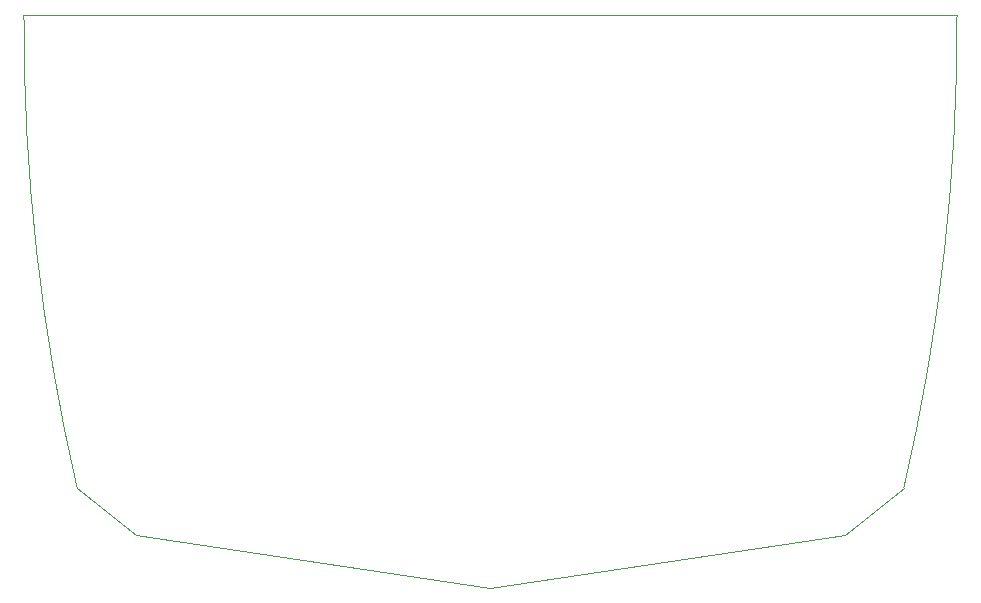
<source format=gm1>
G04 #@! TF.GenerationSoftware,KiCad,Pcbnew,(6.0.7-1)-1*
G04 #@! TF.CreationDate,2022-08-22T21:17:03+02:00*
G04 #@! TF.ProjectId,FROST-ESC,46524f53-542d-4455-9343-2e6b69636164,rev?*
G04 #@! TF.SameCoordinates,Original*
G04 #@! TF.FileFunction,Profile,NP*
%FSLAX46Y46*%
G04 Gerber Fmt 4.6, Leading zero omitted, Abs format (unit mm)*
G04 Created by KiCad (PCBNEW (6.0.7-1)-1) date 2022-08-22 21:17:03*
%MOMM*%
%LPD*%
G01*
G04 APERTURE LIST*
G04 #@! TA.AperFunction,Profile*
%ADD10C,0.100000*%
G04 #@! TD*
G04 APERTURE END LIST*
D10*
X132500000Y-80000000D02*
X127500000Y-84000000D01*
X58000000Y-40000000D02*
X137000000Y-40000000D01*
X67500000Y-84000000D02*
X97500000Y-88500000D01*
X132500000Y-80000000D02*
G75*
G03*
X137000000Y-40000000I-169107438J39277712D01*
G01*
X97500000Y-88500000D02*
X127500000Y-84000000D01*
X67500000Y-84000000D02*
X62500000Y-80000000D01*
X58000007Y-40000000D02*
G75*
G03*
X62500000Y-80000000I173607593J-722300D01*
G01*
M02*

</source>
